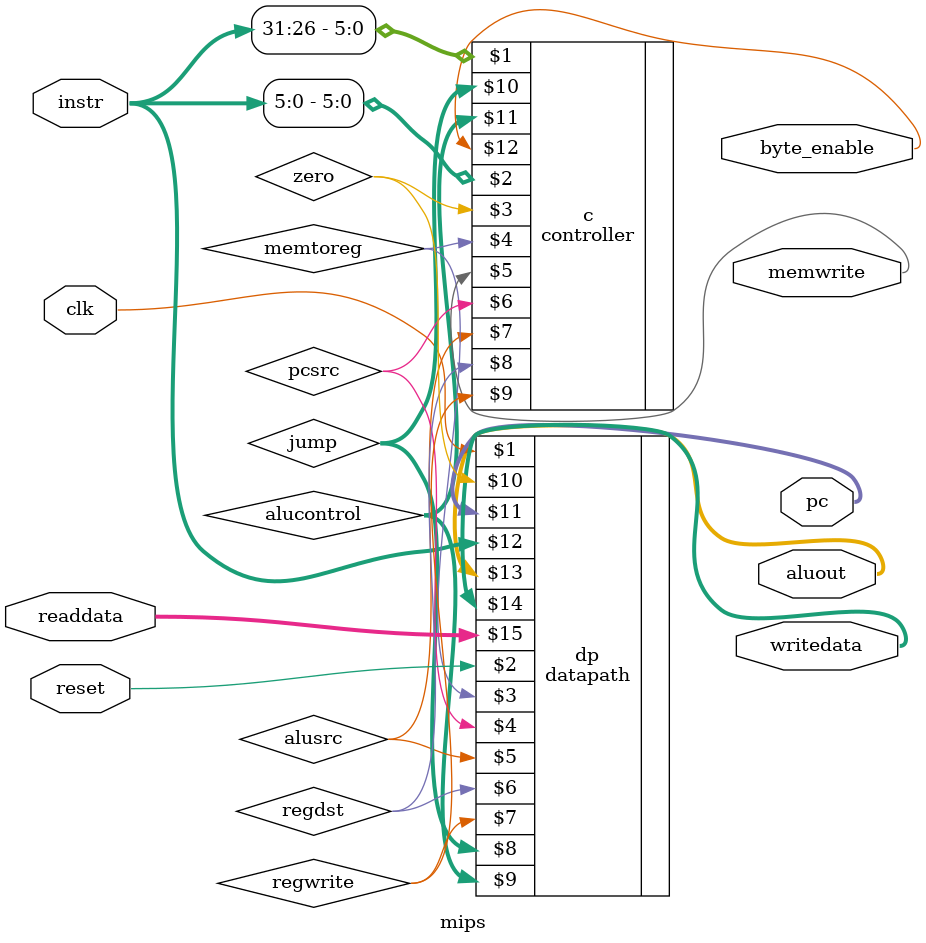
<source format=v>
`timescale 1ns / 1ps								//Used for simulation purposes.
module mips (input			clk, reset,
			 output [31:0]	pc,
			 input	[31:0]	instr,
			 output			memwrite,
			 output [31:0]	aluout,writedata,
			 input	[31:0]	readdata,
			 output			byte_enable);			//Newly added output line.

	//wire and reg definitions - additonal lines and increased busses added here.
	wire memtoreg; 
	wire [1:0] branch; 
	wire alusrc, regdst, regwrite, zero, pcsrc;
	wire [3:0]jump;
	wire [3:0] alucontrol;

//module instantiations
controller c(instr[31:26], 
	instr[5:0], 
	zero,
	memtoreg, 
	memwrite, 
	pcsrc,
	alusrc, 
	regdst, 
	regwrite, 
	jump, 
	alucontrol,
	byte_enable);									//Additional line here.

datapath dp(clk, 
	reset, 
	memtoreg, 
	pcsrc,
	alusrc, 
	regdst, 
	regwrite, 
	jump,
	alucontrol,
	zero, 
	pc, 
	instr,
	aluout, 
	writedata, 
	readdata);									//Additional line here.

endmodule
</source>
